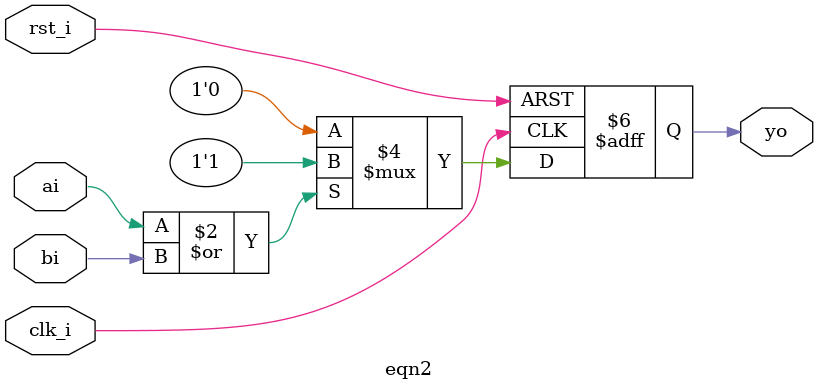
<source format=v>
module eqn2
    (
        input  clk_i,
        input  rst_i,
        input  ai,
        input  bi,
        output reg yo
    );
    always @ (posedge clk_i or posedge rst_i) begin
        if (rst_i) begin
            yo <= 1'b0;
        end else begin
            if (ai|bi) begin
                yo <= 1'b1;
            end else begin
                yo <= 1'b0;
            end
        end
    end
endmodule

</source>
